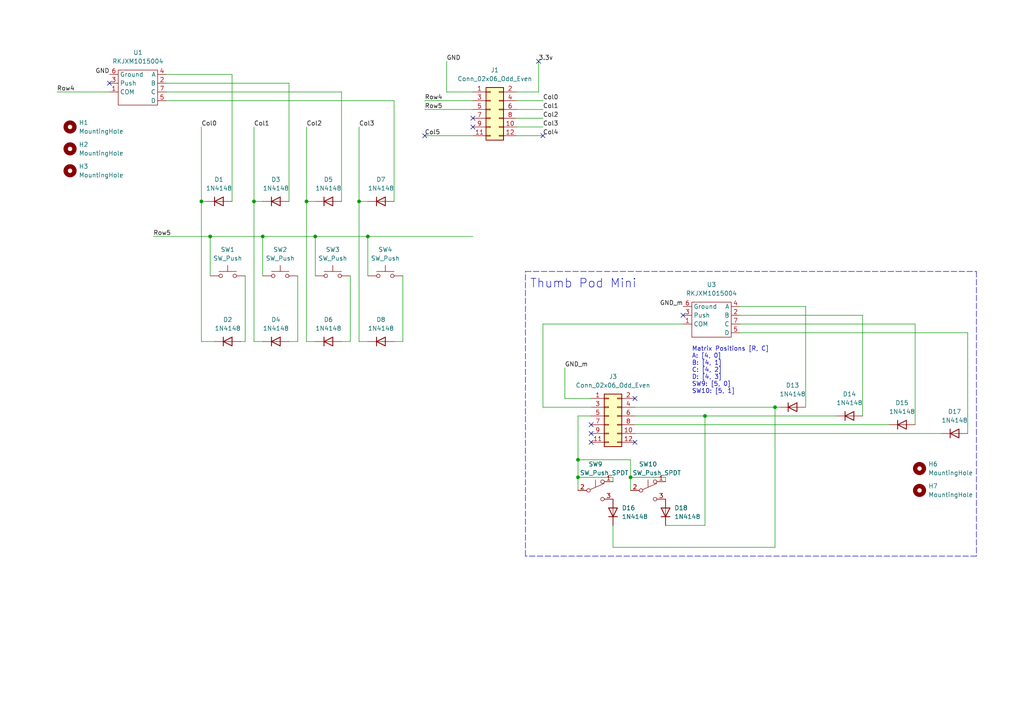
<source format=kicad_sch>
(kicad_sch (version 20211123) (generator eeschema)
  (paper "A4")
  (lib_symbols
    (symbol "1N4148_13" (pin_numbers hide) (pin_names hide)
      (property "Reference" "D" (at 0 2.54 0))
      (property "Value" "1N4148_13" (at 0 -2.54 0))
      (symbol "1N4148_13_0_1"
        (polyline (pts (xy -1.27 1.27) (xy -1.27 -1.27)) (stroke (width 0.254)))
        (polyline (pts (xy 1.27 0) (xy -1.27 0)))
        (polyline (pts (xy 1.27 1.27) (xy 1.27 -1.27) (xy -1.27 0) (xy 1.27 1.27)) (stroke (width 0.254)))
      )
      (symbol "1N4148_13_1_1"
        (pin passive line (at -3.81 0 0) (length 2.54) (name "K") (number "1"))
        (pin passive line (at 3.81 0 180) (length 2.54) (name "A") (number "2"))
      )
    )
    (symbol "1N4148_16" (pin_numbers hide) (pin_names hide)
      (property "Reference" "D" (at 0 2.54 0))
      (property "Value" "1N4148_16" (at 0 -2.54 0))
      (symbol "1N4148_16_0_1"
        (polyline (pts (xy -1.27 1.27) (xy -1.27 -1.27)) (stroke (width 0.254)))
        (polyline (pts (xy 1.27 0) (xy -1.27 0)))
        (polyline (pts (xy 1.27 1.27) (xy 1.27 -1.27) (xy -1.27 0) (xy 1.27 1.27)) (stroke (width 0.254)))
      )
      (symbol "1N4148_16_1_1"
        (pin passive line (at -3.81 0 0) (length 2.54) (name "K") (number "1"))
        (pin passive line (at 3.81 0 180) (length 2.54) (name "A") (number "2"))
      )
    )
    (symbol "1N4148_17" (pin_numbers hide) (pin_names hide)
      (property "Reference" "D" (at 0 2.54 0))
      (property "Value" "1N4148_17" (at 0 -2.54 0))
      (symbol "1N4148_17_0_1"
        (polyline (pts (xy -1.27 1.27) (xy -1.27 -1.27)) (stroke (width 0.254)))
        (polyline (pts (xy 1.27 0) (xy -1.27 0)))
        (polyline (pts (xy 1.27 1.27) (xy 1.27 -1.27) (xy -1.27 0) (xy 1.27 1.27)) (stroke (width 0.254)))
      )
      (symbol "1N4148_17_1_1"
        (pin passive line (at -3.81 0 0) (length 2.54) (name "K") (number "1"))
        (pin passive line (at 3.81 0 180) (length 2.54) (name "A") (number "2"))
      )
    )
    (symbol "1N4148_4" (pin_numbers hide) (pin_names hide)
      (property "Reference" "D" (at 0 2.54 0))
      (property "Value" "1N4148_4" (at 0 -2.54 0))
      (symbol "1N4148_4_0_1"
        (polyline (pts (xy -1.27 1.27) (xy -1.27 -1.27)) (stroke (width 0.254)))
        (polyline (pts (xy 1.27 0) (xy -1.27 0)))
        (polyline (pts (xy 1.27 1.27) (xy 1.27 -1.27) (xy -1.27 0) (xy 1.27 1.27)) (stroke (width 0.254)))
      )
      (symbol "1N4148_4_1_1"
        (pin passive line (at -3.81 0 0) (length 2.54) (name "K") (number "1"))
        (pin passive line (at 3.81 0 180) (length 2.54) (name "A") (number "2"))
      )
    )
    (symbol "1N4148_5" (pin_numbers hide) (pin_names hide)
      (property "Reference" "D" (at 0 2.54 0))
      (property "Value" "1N4148_5" (at 0 -2.54 0))
      (symbol "1N4148_5_0_1"
        (polyline (pts (xy -1.27 1.27) (xy -1.27 -1.27)) (stroke (width 0.254)))
        (polyline (pts (xy 1.27 0) (xy -1.27 0)))
        (polyline (pts (xy 1.27 1.27) (xy 1.27 -1.27) (xy -1.27 0) (xy 1.27 1.27)) (stroke (width 0.254)))
      )
      (symbol "1N4148_5_1_1"
        (pin passive line (at -3.81 0 0) (length 2.54) (name "K") (number "1"))
        (pin passive line (at 3.81 0 180) (length 2.54) (name "A") (number "2"))
      )
    )
    (symbol "Connector_Generic:Conn_02x06_Odd_Even" (pin_names (offset 1.016) hide)
      (property "Reference" "J" (at 1.27 7.62 0))
      (property "Value" "Conn_02x06_Odd_Even" (at 1.27 -10.16 0))
      (symbol "Conn_02x06_Odd_Even_1_1"
        (rectangle (start -1.27 -7.493) (end 0 -7.747) (stroke (width 0.1524)))
        (rectangle (start -1.27 -4.953) (end 0 -5.207) (stroke (width 0.1524)))
        (rectangle (start -1.27 -2.413) (end 0 -2.667) (stroke (width 0.1524)))
        (rectangle (start -1.27 0.127) (end 0 -0.127) (stroke (width 0.1524)))
        (rectangle (start -1.27 2.667) (end 0 2.413) (stroke (width 0.1524)))
        (rectangle (start -1.27 5.207) (end 0 4.953) (stroke (width 0.1524)))
        (rectangle (start -1.27 6.35) (end 3.81 -8.89) (stroke (width 0.254)) (fill (type background)))
        (rectangle (start 3.81 -7.493) (end 2.54 -7.747) (stroke (width 0.1524)))
        (rectangle (start 3.81 -4.953) (end 2.54 -5.207) (stroke (width 0.1524)))
        (rectangle (start 3.81 -2.413) (end 2.54 -2.667) (stroke (width 0.1524)))
        (rectangle (start 3.81 0.127) (end 2.54 -0.127) (stroke (width 0.1524)))
        (rectangle (start 3.81 2.667) (end 2.54 2.413) (stroke (width 0.1524)))
        (rectangle (start 3.81 5.207) (end 2.54 4.953) (stroke (width 0.1524)))
        (pin passive line (at -5.08 5.08 0) (length 3.81) (name "Pin_1") (number "1"))
        (pin passive line (at 7.62 -5.08 180) (length 3.81) (name "Pin_10") (number "10"))
        (pin passive line (at -5.08 -7.62 0) (length 3.81) (name "Pin_11") (number "11"))
        (pin passive line (at 7.62 -7.62 180) (length 3.81) (name "Pin_12") (number "12"))
        (pin passive line (at 7.62 5.08 180) (length 3.81) (name "Pin_2") (number "2"))
        (pin passive line (at -5.08 2.54 0) (length 3.81) (name "Pin_3") (number "3"))
        (pin passive line (at 7.62 2.54 180) (length 3.81) (name "Pin_4") (number "4"))
        (pin passive line (at -5.08 0 0) (length 3.81) (name "Pin_5") (number "5"))
        (pin passive line (at 7.62 0 180) (length 3.81) (name "Pin_6") (number "6"))
        (pin passive line (at -5.08 -2.54 0) (length 3.81) (name "Pin_7") (number "7"))
        (pin passive line (at 7.62 -2.54 180) (length 3.81) (name "Pin_8") (number "8"))
        (pin passive line (at -5.08 -5.08 0) (length 3.81) (name "Pin_9") (number "9"))
      )
    )
    (symbol "Mechanical:MountingHole" (pin_names (offset 1.016))
      (property "Reference" "H" (at 0 5.08 0))
      (property "Value" "MountingHole" (at 0 3.175 0))
      (symbol "MountingHole_0_1"
        (circle (center 0 0) (radius 1.27) (stroke (width 1.27)))
      )
    )
    (symbol "Switch:SW_Push" (pin_numbers hide) (pin_names (offset 1.016) hide)
      (property "Reference" "SW" (at 1.27 2.54 0))
      (property "Value" "SW_Push" (at 0 -1.524 0))
      (symbol "SW_Push_0_1"
        (circle (center -2.032 0) (radius 0.508))
        (polyline (pts (xy 0 1.27) (xy 0 3.048)))
        (polyline (pts (xy 2.54 1.27) (xy -2.54 1.27)))
        (circle (center 2.032 0) (radius 0.508))
        (pin passive line (at -5.08 0 0) (length 2.54) (name "1") (number "1"))
        (pin passive line (at 5.08 0 180) (length 2.54) (name "2") (number "2"))
      )
    )
    (symbol "Switch:SW_Push_SPDT" (pin_names (offset 0) hide)
      (property "Reference" "SW" (at 0 4.318 0))
      (property "Value" "SW_Push_SPDT" (at 0 -5.08 0))
      (symbol "SW_Push_SPDT_0_0"
        (circle (center -2.032 0) (radius 0.508))
        (polyline (pts (xy 0 1.016) (xy 0 3.048)))
        (circle (center 2.032 -2.54) (radius 0.508))
      )
      (symbol "SW_Push_SPDT_0_1"
        (polyline (pts (xy -1.524 0.254) (xy 2.54 2.032)))
        (circle (center 2.032 2.54) (radius 0.508))
      )
      (symbol "SW_Push_SPDT_1_1"
        (pin passive line (at 5.08 2.54 180) (length 2.54) (name "A") (number "1"))
        (pin passive line (at -5.08 0 0) (length 2.54) (name "B") (number "2"))
        (pin passive line (at 5.08 -2.54 180) (length 2.54) (name "C") (number "3"))
      )
    )
    (symbol "thumb_pod:RKJXM1015004"
      (property "Reference" "U" (at 0 0 0))
      (property "Value" "RKJXM1015004" (at 0 -5.08 0))
      (symbol "RKJXM1015004_0_1"
        (rectangle (start -6.35 6.35) (end 5.08 -3.81))
      )
      (symbol "RKJXM1015004_1_1"
        (pin passive line (at -8.89 0 0) (length 2.54) (name "COM") (number "1"))
        (pin passive line (at 7.62 2.54 180) (length 2.54) (name "B") (number "2"))
        (pin passive line (at -8.89 2.54 0) (length 2.54) (name "Push") (number "3"))
        (pin passive line (at 7.62 5.08 180) (length 2.54) (name "A") (number "4"))
        (pin passive line (at 7.62 -2.54 180) (length 2.54) (name "D") (number "5"))
        (pin passive line (at -8.89 5.08 0) (length 2.54) (name "Ground") (number "6"))
        (pin passive line (at 7.62 0 180) (length 2.54) (name "C") (number "7"))
      )
    )
  )
  (junction (at 91.44 68.58))
  (junction (at 167.64 133.35))
  (junction (at 73.66 58.42))
  (junction (at 224.79 118.11))
  (junction (at 76.2 68.58))
  (junction (at 88.9 58.42))
  (junction (at 58.42 58.42))
  (junction (at 106.68 68.58))
  (junction (at 204.47 120.65))
  (junction (at 60.96 68.58))
  (junction (at 104.14 58.42))
  (junction (at 182.88 138.43))
  (junction (at 167.64 138.43))
  (no_connect (at 156.21 17.78))
  (no_connect (at 157.48 39.37))
  (no_connect (at 137.16 34.29))
  (no_connect (at 171.45 125.73))
  (no_connect (at 184.15 115.57))
  (no_connect (at 137.16 36.83))
  (no_connect (at 171.45 123.19))
  (no_connect (at 198.12 91.44))
  (no_connect (at 31.75 24.13))
  (no_connect (at 171.45 128.27))
  (no_connect (at 184.15 128.27))
  (no_connect (at 123.19 39.37))
  (wire (pts (xy 91.44 68.58) (xy 91.44 80.01)))
  (polyline (pts (xy 283.21 161.29) (xy 152.4 161.29)))
  (wire (pts (xy 149.86 39.37) (xy 157.48 39.37)))
  (wire (pts (xy 88.9 58.42) (xy 88.9 99.06)))
  (wire (pts (xy 101.6 80.01) (xy 101.6 99.06)))
  (wire (pts (xy 167.64 138.43) (xy 167.64 142.24)))
  (wire (pts (xy 116.84 80.01) (xy 116.84 99.06)))
  (wire (pts (xy 106.68 68.58) (xy 106.68 80.01)))
  (wire (pts (xy 123.19 31.75) (xy 137.16 31.75)))
  (wire (pts (xy 214.63 88.9) (xy 233.68 88.9)))
  (wire (pts (xy 167.64 133.35) (xy 167.64 138.43)))
  (wire (pts (xy 91.44 68.58) (xy 106.68 68.58)))
  (wire (pts (xy 204.47 120.65) (xy 242.57 120.65)))
  (wire (pts (xy 280.67 96.52) (xy 280.67 125.73)))
  (wire (pts (xy 88.9 58.42) (xy 91.44 58.42)))
  (wire (pts (xy 177.8 152.4) (xy 177.8 158.75)))
  (wire (pts (xy 88.9 99.06) (xy 91.44 99.06)))
  (wire (pts (xy 83.82 99.06) (xy 86.36 99.06)))
  (wire (pts (xy 73.66 58.42) (xy 76.2 58.42)))
  (wire (pts (xy 149.86 36.83) (xy 157.48 36.83)))
  (wire (pts (xy 76.2 68.58) (xy 76.2 80.01)))
  (wire (pts (xy 157.48 93.98) (xy 157.48 118.11)))
  (polyline (pts (xy 152.4 78.74) (xy 283.21 78.74)))
  (wire (pts (xy 184.15 125.73) (xy 273.05 125.73)))
  (wire (pts (xy 224.79 118.11) (xy 226.06 118.11)))
  (wire (pts (xy 83.82 24.13) (xy 83.82 58.42)))
  (wire (pts (xy 224.79 118.11) (xy 224.79 158.75)))
  (wire (pts (xy 104.14 58.42) (xy 104.14 99.06)))
  (wire (pts (xy 123.19 29.21) (xy 137.16 29.21)))
  (wire (pts (xy 58.42 36.83) (xy 58.42 58.42)))
  (wire (pts (xy 157.48 93.98) (xy 198.12 93.98)))
  (wire (pts (xy 177.8 139.7) (xy 177.8 138.43)))
  (wire (pts (xy 106.68 68.58) (xy 137.16 68.58)))
  (wire (pts (xy 48.26 26.67) (xy 99.06 26.67)))
  (wire (pts (xy 73.66 99.06) (xy 76.2 99.06)))
  (wire (pts (xy 182.88 138.43) (xy 182.88 142.24)))
  (wire (pts (xy 167.64 138.43) (xy 177.8 138.43)))
  (wire (pts (xy 184.15 123.19) (xy 257.81 123.19)))
  (polyline (pts (xy 152.4 161.29) (xy 152.4 78.74)))
  (wire (pts (xy 149.86 26.67) (xy 156.21 26.67)))
  (wire (pts (xy 60.96 68.58) (xy 76.2 68.58)))
  (wire (pts (xy 73.66 36.83) (xy 73.66 58.42)))
  (wire (pts (xy 163.83 106.68) (xy 163.83 115.57)))
  (wire (pts (xy 214.63 93.98) (xy 265.43 93.98)))
  (wire (pts (xy 104.14 58.42) (xy 106.68 58.42)))
  (wire (pts (xy 76.2 68.58) (xy 91.44 68.58)))
  (wire (pts (xy 104.14 99.06) (xy 106.68 99.06)))
  (wire (pts (xy 193.04 152.4) (xy 204.47 152.4)))
  (wire (pts (xy 71.12 99.06) (xy 69.85 99.06)))
  (wire (pts (xy 101.6 99.06) (xy 99.06 99.06)))
  (wire (pts (xy 204.47 120.65) (xy 204.47 152.4)))
  (wire (pts (xy 214.63 96.52) (xy 280.67 96.52)))
  (wire (pts (xy 171.45 115.57) (xy 163.83 115.57)))
  (wire (pts (xy 116.84 99.06) (xy 114.3 99.06)))
  (wire (pts (xy 16.51 26.67) (xy 31.75 26.67)))
  (wire (pts (xy 265.43 93.98) (xy 265.43 123.19)))
  (wire (pts (xy 182.88 138.43) (xy 193.04 138.43)))
  (wire (pts (xy 67.31 21.59) (xy 67.31 58.42)))
  (wire (pts (xy 88.9 36.83) (xy 88.9 58.42)))
  (wire (pts (xy 167.64 120.65) (xy 167.64 133.35)))
  (polyline (pts (xy 283.21 78.74) (xy 283.21 161.29)))
  (wire (pts (xy 171.45 120.65) (xy 167.64 120.65)))
  (wire (pts (xy 129.54 17.78) (xy 129.54 26.67)))
  (wire (pts (xy 60.96 68.58) (xy 60.96 80.01)))
  (wire (pts (xy 177.8 158.75) (xy 224.79 158.75)))
  (wire (pts (xy 114.3 29.21) (xy 114.3 58.42)))
  (wire (pts (xy 48.26 29.21) (xy 114.3 29.21)))
  (wire (pts (xy 250.19 91.44) (xy 250.19 120.65)))
  (wire (pts (xy 157.48 118.11) (xy 171.45 118.11)))
  (wire (pts (xy 184.15 120.65) (xy 204.47 120.65)))
  (wire (pts (xy 104.14 36.83) (xy 104.14 58.42)))
  (wire (pts (xy 149.86 31.75) (xy 157.48 31.75)))
  (wire (pts (xy 58.42 58.42) (xy 58.42 99.06)))
  (wire (pts (xy 182.88 133.35) (xy 182.88 138.43)))
  (wire (pts (xy 123.19 39.37) (xy 137.16 39.37)))
  (wire (pts (xy 86.36 80.01) (xy 86.36 99.06)))
  (wire (pts (xy 214.63 91.44) (xy 250.19 91.44)))
  (wire (pts (xy 149.86 34.29) (xy 157.48 34.29)))
  (wire (pts (xy 48.26 24.13) (xy 83.82 24.13)))
  (wire (pts (xy 167.64 133.35) (xy 182.88 133.35)))
  (wire (pts (xy 44.45 68.58) (xy 60.96 68.58)))
  (wire (pts (xy 149.86 29.21) (xy 157.48 29.21)))
  (wire (pts (xy 184.15 118.11) (xy 224.79 118.11)))
  (wire (pts (xy 73.66 58.42) (xy 73.66 99.06)))
  (wire (pts (xy 137.16 26.67) (xy 129.54 26.67)))
  (wire (pts (xy 71.12 80.01) (xy 71.12 99.06)))
  (wire (pts (xy 58.42 58.42) (xy 59.69 58.42)))
  (wire (pts (xy 156.21 17.78) (xy 156.21 26.67)))
  (wire (pts (xy 48.26 21.59) (xy 67.31 21.59)))
  (wire (pts (xy 233.68 88.9) (xy 233.68 118.11)))
  (wire (pts (xy 58.42 99.06) (xy 62.23 99.06)))
  (wire (pts (xy 99.06 26.67) (xy 99.06 58.42)))
  (wire (pts (xy 193.04 139.7) (xy 193.04 138.43)))
  (text "Thumb Pod Mini" (at 153.67 83.82 0) (effects (font (size 2.54 2.54)) (justify left bottom)))
  (text "Matrix Positions [R, C]\nA: [4, 0]\nB: [4, 1]\nC: [4, 2]\nD: [4, 3]\nSW9: [5, 0]\nSW10: [5, 1]" (at 200.66 114.3 0) (effects (font (size 1.27 1.27)) (justify left bottom)))
  (label "Col1" (at 157.48 31.75 0))
  (label "GND" (at 129.54 17.78 0))
  (label "Col3" (at 157.48 36.83 0))
  (label "Col0" (at 157.48 29.21 0))
  (label "Col2" (at 157.48 34.29 0))
  (label "GND_m" (at 198.12 88.9 180))
  (label "3.3v" (at 156.21 17.78 0))
  (label "Row5" (at 123.19 31.75 0))
  (label "Col1" (at 73.66 36.83 0))
  (label "GND_m" (at 163.83 106.68 0))
  (label "Col3" (at 104.14 36.83 0))
  (label "GND" (at 31.75 21.59 180))
  (label "Col0" (at 58.42 36.83 0))
  (label "Col2" (at 88.9 36.83 0))
  (label "Row4" (at 123.19 29.21 0))
  (label "Col4" (at 157.48 39.37 0))
  (label "Row4" (at 16.51 26.67 0))
  (label "Col5" (at 123.19 39.37 0))
  (label "Row5" (at 44.45 68.58 0))
  (symbol (lib_id "Switch:SW_Push") (at 66.04 80.01 0) (unit 1)
    (property "Reference" "SW1" (at 66.04 72.39 0))
    (property "Value" "SW_Push" (at 66.04 74.93 0))
    (property "Footprint" "keypad:MXOnly-1U-Hotswap" (effects hide))
  )
  (symbol (lib_id "Switch:SW_Push") (at 81.28 80.01 0) (unit 1)
    (property "Reference" "SW2" (at 81.28 72.39 0))
    (property "Value" "SW_Push" (at 81.28 74.93 0))
    (property "Footprint" "keypad:MXOnly-1U-Hotswap" (effects hide))
  )
  (symbol (lib_id "Connector_Generic:Conn_02x06_Odd_Even") (at 142.24 31.75 0) (unit 1)
    (property "Reference" "J1" (at 143.51 20.32 0))
    (property "Value" "Conn_02x06_Odd_Even" (at 143.51 22.86 0))
    (property "Footprint" "keypad:PinHeader_2x06_P2.54mm_Horizontal" (effects hide))
  )
  (symbol (lib_name "1N4148_16") (lib_id "Diode:1N4148") (at 246.38 120.65 0) (unit 1)
    (property "Reference" "D14" (at 246.38 114.3 0))
    (property "Value" "1N4148" (at 246.38 116.84 0))
    (property "Footprint" "Diode_THT:D_DO-35_SOD27_P7.62mm_Horizontal" (effects hide))
    (property "Datasheet" "https://assets.nexperia.com/documents/data-sheet/1N4148_1N4448.pdf" (effects hide))
  )
  (symbol (lib_name "1N4148_13") (lib_id "Diode:1N4148") (at 193.04 148.59 90) (unit 1)
    (property "Reference" "D18" (at 195.58 147.3199 90) (effects (justify right)))
    (property "Value" "1N4148" (at 195.58 149.8599 90) (effects (justify right)))
    (property "Footprint" "Diode_THT:D_DO-35_SOD27_P7.62mm_Horizontal" (effects hide))
    (property "Datasheet" "https://assets.nexperia.com/documents/data-sheet/1N4148_1N4448.pdf" (effects hide))
  )
  (symbol (lib_name "1N4148_16") (lib_id "Diode:1N4148") (at 110.49 58.42 0) (unit 1)
    (property "Reference" "D7" (at 110.49 52.07 0))
    (property "Value" "1N4148" (at 110.49 54.61 0))
    (property "Footprint" "Diode_THT:D_DO-35_SOD27_P7.62mm_Horizontal" (effects hide))
    (property "Datasheet" "https://assets.nexperia.com/documents/data-sheet/1N4148_1N4448.pdf" (effects hide))
  )
  (symbol (lib_name "1N4148_16") (lib_id "Diode:1N4148") (at 80.01 58.42 0) (unit 1)
    (property "Reference" "D3" (at 80.01 52.07 0))
    (property "Value" "1N4148" (at 80.01 54.61 0))
    (property "Footprint" "Diode_THT:D_DO-35_SOD27_P7.62mm_Horizontal" (effects hide))
    (property "Datasheet" "https://assets.nexperia.com/documents/data-sheet/1N4148_1N4448.pdf" (effects hide))
  )
  (symbol (lib_name "1N4148_16") (lib_id "Diode:1N4148") (at 229.87 118.11 0) (unit 1)
    (property "Reference" "D13" (at 229.87 111.76 0))
    (property "Value" "1N4148" (at 229.87 114.3 0))
    (property "Footprint" "Diode_THT:D_DO-35_SOD27_P7.62mm_Horizontal" (effects hide))
    (property "Datasheet" "https://assets.nexperia.com/documents/data-sheet/1N4148_1N4448.pdf" (effects hide))
  )
  (symbol (lib_id "Mechanical:MountingHole") (at 266.7 142.24 0) (unit 1)
    (property "Reference" "H7" (at 269.24 140.9699 0) (effects (justify left)))
    (property "Value" "MountingHole" (at 269.24 143.5099 0) (effects (justify left)))
    (property "Footprint" "MountingHole:MountingHole_3.2mm_M3" (effects hide))
  )
  (symbol (lib_name "1N4148_16") (lib_id "Diode:1N4148") (at 63.5 58.42 0) (unit 1)
    (property "Reference" "D1" (at 63.5 52.07 0))
    (property "Value" "1N4148" (at 63.5 54.61 0))
    (property "Footprint" "Diode_THT:D_DO-35_SOD27_P7.62mm_Horizontal" (effects hide))
    (property "Datasheet" "https://assets.nexperia.com/documents/data-sheet/1N4148_1N4448.pdf" (effects hide))
  )
  (symbol (lib_id "Switch:SW_Push") (at 111.76 80.01 0) (unit 1)
    (property "Reference" "SW4" (at 111.76 72.39 0))
    (property "Value" "SW_Push" (at 111.76 74.93 0))
    (property "Footprint" "keypad:MXOnly-1U-Hotswap" (effects hide))
  )
  (symbol (lib_id "Switch:SW_Push") (at 96.52 80.01 0) (unit 1)
    (property "Reference" "SW3" (at 96.52 72.39 0))
    (property "Value" "SW_Push" (at 96.52 74.93 0))
    (property "Footprint" "keypad:MXOnly-1U-Hotswap" (effects hide))
  )
  (symbol (lib_id "thumb_pod:RKJXM1015004") (at 207.01 93.98 0) (unit 1)
    (property "Reference" "U3" (at 206.375 82.55 0))
    (property "Value" "RKJXM1015004" (at 206.375 85.09 0))
    (property "Footprint" "thumb_pod:RKJXM1015004" (effects hide))
  )
  (symbol (lib_name "1N4148_4") (lib_id "Diode:1N4148") (at 110.49 99.06 0) (unit 1)
    (property "Reference" "D8" (at 110.49 92.71 0))
    (property "Value" "1N4148" (at 110.49 95.25 0))
    (property "Footprint" "Diode_THT:D_DO-35_SOD27_P7.62mm_Horizontal" (effects hide))
    (property "Datasheet" "https://assets.nexperia.com/documents/data-sheet/1N4148_1N4448.pdf" (effects hide))
  )
  (symbol (lib_id "Mechanical:MountingHole") (at 20.32 49.53 0) (unit 1)
    (property "Reference" "H3" (at 22.86 48.2599 0) (effects (justify left)))
    (property "Value" "MountingHole" (at 22.86 50.7999 0) (effects (justify left)))
    (property "Footprint" "MountingHole:MountingHole_3.2mm_M3" (effects hide))
  )
  (symbol (lib_id "Connector_Generic:Conn_02x06_Odd_Even") (at 176.53 120.65 0) (unit 1)
    (property "Reference" "J3" (at 177.8 109.22 0))
    (property "Value" "Conn_02x06_Odd_Even" (at 177.8 111.76 0))
    (property "Footprint" "keypad:PinHeader_2x06_P2.54mm_Horizontal" (effects hide))
  )
  (symbol (lib_name "1N4148_16") (lib_id "Diode:1N4148") (at 95.25 58.42 0) (unit 1)
    (property "Reference" "D5" (at 95.25 52.07 0))
    (property "Value" "1N4148" (at 95.25 54.61 0))
    (property "Footprint" "Diode_THT:D_DO-35_SOD27_P7.62mm_Horizontal" (effects hide))
    (property "Datasheet" "https://assets.nexperia.com/documents/data-sheet/1N4148_1N4448.pdf" (effects hide))
  )
  (symbol (lib_name "1N4148_16") (lib_id "Diode:1N4148") (at 261.62 123.19 0) (unit 1)
    (property "Reference" "D15" (at 261.62 116.84 0))
    (property "Value" "1N4148" (at 261.62 119.38 0))
    (property "Footprint" "Diode_THT:D_DO-35_SOD27_P7.62mm_Horizontal" (effects hide))
    (property "Datasheet" "https://assets.nexperia.com/documents/data-sheet/1N4148_1N4448.pdf" (effects hide))
  )
  (symbol (lib_name "1N4148_17") (lib_id "Diode:1N4148") (at 66.04 99.06 0) (unit 1)
    (property "Reference" "D2" (at 66.04 92.71 0))
    (property "Value" "1N4148" (at 66.04 95.25 0))
    (property "Footprint" "Diode_THT:D_DO-35_SOD27_P7.62mm_Horizontal" (effects hide))
    (property "Datasheet" "https://assets.nexperia.com/documents/data-sheet/1N4148_1N4448.pdf" (effects hide))
  )
  (symbol (lib_id "Mechanical:MountingHole") (at 266.7 135.89 0) (unit 1)
    (property "Reference" "H6" (at 269.24 134.6199 0) (effects (justify left)))
    (property "Value" "MountingHole" (at 269.24 137.1599 0) (effects (justify left)))
    (property "Footprint" "MountingHole:MountingHole_3.2mm_M3" (effects hide))
  )
  (symbol (lib_name "1N4148_5") (lib_id "Diode:1N4148") (at 95.25 99.06 0) (unit 1)
    (property "Reference" "D6" (at 95.25 92.71 0))
    (property "Value" "1N4148" (at 95.25 95.25 0))
    (property "Footprint" "Diode_THT:D_DO-35_SOD27_P7.62mm_Horizontal" (effects hide))
    (property "Datasheet" "https://assets.nexperia.com/documents/data-sheet/1N4148_1N4448.pdf" (effects hide))
  )
  (symbol (lib_id "Mechanical:MountingHole") (at 20.32 43.18 0) (unit 1)
    (property "Reference" "H2" (at 22.86 41.9099 0) (effects (justify left)))
    (property "Value" "MountingHole" (at 22.86 44.4499 0) (effects (justify left)))
    (property "Footprint" "MountingHole:MountingHole_3.2mm_M3" (effects hide))
  )
  (symbol (lib_name "1N4148_16") (lib_id "Diode:1N4148") (at 276.86 125.73 0) (unit 1)
    (property "Reference" "D17" (at 276.86 119.38 0))
    (property "Value" "1N4148" (at 276.86 121.92 0))
    (property "Footprint" "Diode_THT:D_DO-35_SOD27_P7.62mm_Horizontal" (effects hide))
    (property "Datasheet" "https://assets.nexperia.com/documents/data-sheet/1N4148_1N4448.pdf" (effects hide))
  )
  (symbol (lib_id "Switch:SW_Push_SPDT") (at 172.72 142.24 0) (unit 1)
    (property "Reference" "SW9" (at 172.72 134.62 0))
    (property "Value" "SW_Push_SPDT" (at 175.26 137.16 0))
    (property "Footprint" "keypad:kailh_gm_microswitch" (effects hide))
  )
  (symbol (lib_name "1N4148_17") (lib_id "Diode:1N4148") (at 177.8 148.59 90) (unit 1)
    (property "Reference" "D16" (at 180.34 147.3199 90) (effects (justify right)))
    (property "Value" "1N4148" (at 180.34 149.8599 90) (effects (justify right)))
    (property "Footprint" "Diode_THT:D_DO-35_SOD27_P7.62mm_Horizontal" (effects hide))
    (property "Datasheet" "https://assets.nexperia.com/documents/data-sheet/1N4148_1N4448.pdf" (effects hide))
  )
  (symbol (lib_id "Switch:SW_Push_SPDT") (at 187.96 142.24 0) (unit 1)
    (property "Reference" "SW10" (at 187.96 134.62 0))
    (property "Value" "SW_Push_SPDT" (at 190.5 137.16 0))
    (property "Footprint" "keypad:kailh_gm_microswitch" (effects hide))
  )
  (symbol (lib_name "1N4148_13") (lib_id "Diode:1N4148") (at 80.01 99.06 0) (unit 1)
    (property "Reference" "D4" (at 80.01 92.71 0))
    (property "Value" "1N4148" (at 80.01 95.25 0))
    (property "Footprint" "Diode_THT:D_DO-35_SOD27_P7.62mm_Horizontal" (effects hide))
    (property "Datasheet" "https://assets.nexperia.com/documents/data-sheet/1N4148_1N4448.pdf" (effects hide))
  )
  (symbol (lib_id "thumb_pod:RKJXM1015004") (at 40.64 26.67 0) (unit 1)
    (property "Reference" "U1" (at 40.005 15.24 0))
    (property "Value" "RKJXM1015004" (at 40.005 17.78 0))
    (property "Footprint" "thumb_pod:RKJXM1015004" (effects hide))
  )
  (symbol (lib_id "Mechanical:MountingHole") (at 20.32 36.83 0) (unit 1)
    (property "Reference" "H1" (at 22.86 35.5599 0) (effects (justify left)))
    (property "Value" "MountingHole" (at 22.86 38.0999 0) (effects (justify left)))
    (property "Footprint" "MountingHole:MountingHole_3.2mm_M3" (effects hide))
  )
)
</source>
